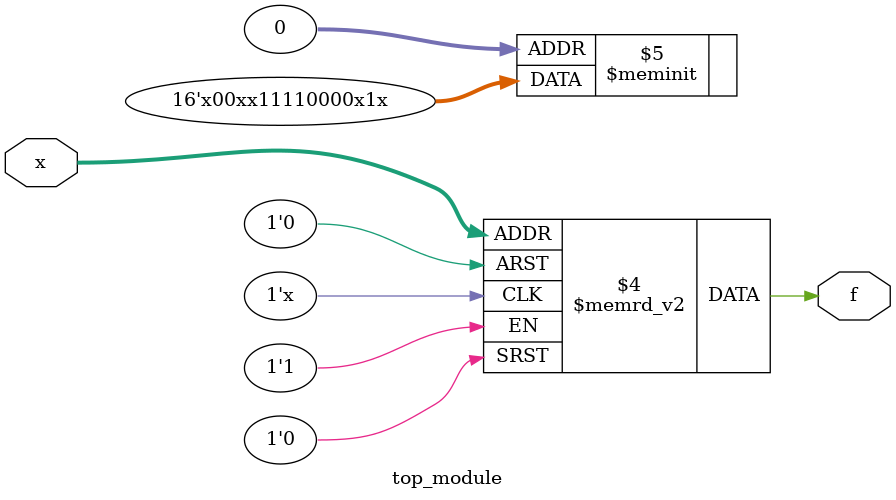
<source format=sv>
module top_module (
    input [4:1] x,
    output logic f
);

always @(*) begin
    case (x)
        4'b0000, 4'b0010, 4'b1011, 4'b1100: f = 1'bx; // Don't care conditions
        4'b0001, 4'b0111, 4'b1000, 4'b1001, 4'b1010: f = 1'b1;
        4'b0011, 4'b0100, 4'b0101, 4'b0110, 4'b1101, 4'b1110: f = 1'b0;
        4'b1111: f = 1'bx; // Don't care condition
        default: f = 1'b0; // default value 
    endcase
end

endmodule

</source>
